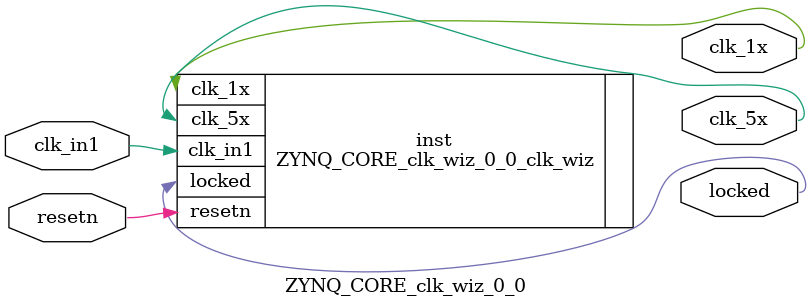
<source format=v>


`timescale 1ps/1ps

(* CORE_GENERATION_INFO = "ZYNQ_CORE_clk_wiz_0_0,clk_wiz_v6_0_12_0_0,{component_name=ZYNQ_CORE_clk_wiz_0_0,use_phase_alignment=true,use_min_o_jitter=false,use_max_i_jitter=false,use_dyn_phase_shift=false,use_inclk_switchover=false,use_dyn_reconfig=false,enable_axi=0,feedback_source=FDBK_AUTO,PRIMITIVE=MMCM,num_out_clk=2,clkin1_period=10.000,clkin2_period=10.000,use_power_down=false,use_reset=true,use_locked=true,use_inclk_stopped=false,feedback_type=SINGLE,CLOCK_MGR_TYPE=NA,manual_override=false}" *)

module ZYNQ_CORE_clk_wiz_0_0 
 (
  // Clock out ports
  output        clk_1x,
  output        clk_5x,
  // Status and control signals
  input         resetn,
  output        locked,
 // Clock in ports
  input         clk_in1
 );

  ZYNQ_CORE_clk_wiz_0_0_clk_wiz inst
  (
  // Clock out ports  
  .clk_1x(clk_1x),
  .clk_5x(clk_5x),
  // Status and control signals               
  .resetn(resetn), 
  .locked(locked),
 // Clock in ports
  .clk_in1(clk_in1)
  );

endmodule

</source>
